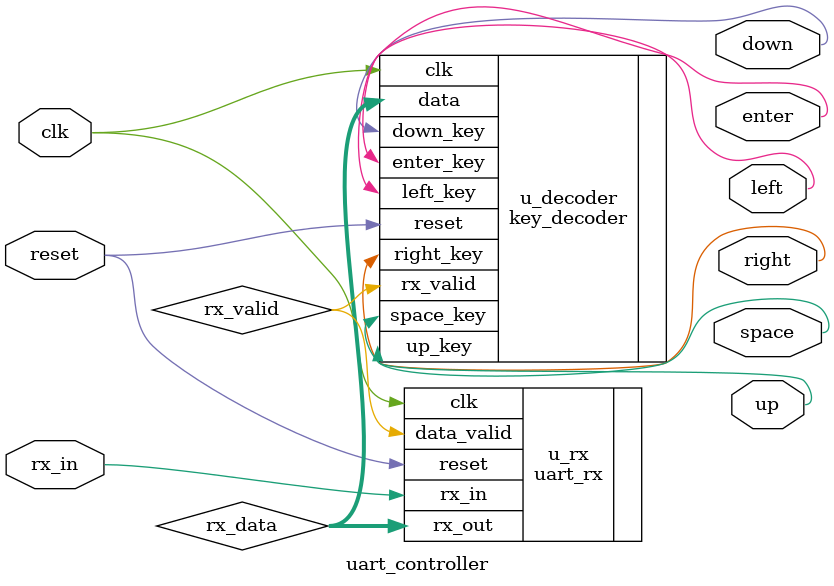
<source format=v>
module uart_controller (
    input  wire       clk,
    input  wire       reset,
    input  wire       rx_in,
    output wire       up,
    output wire       down,
    output wire       left,
    output wire       right,
    output wire       enter,
    output wire       space
);

    wire [7:0] rx_data;
    wire rx_valid;

    uart_rx u_rx (
        .clk(clk),
        .reset(reset),
        .rx_in(rx_in),
        .rx_out(rx_data),
        .data_valid(rx_valid)
    );

    key_decoder u_decoder (
        .clk(clk),
        .reset(reset),
        .data(rx_data),
        .rx_valid(rx_valid),
        .up_key(up),
        .down_key(down),
        .left_key(left),
        .right_key(right),
        .enter_key(enter),
        .space_key(space)
    );

endmodule
</source>
